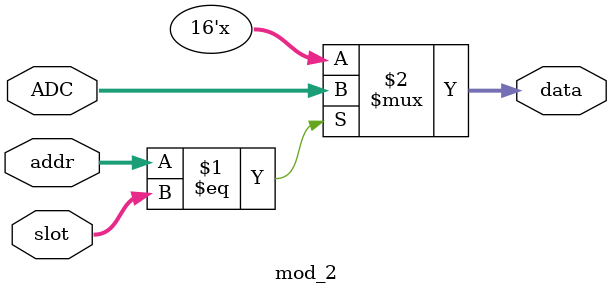
<source format=v>
module mod_2 (
  input [7:0] slot,        // Slot number (hardwired on board)
  input [15:0] ADC,        // Result of ADC
  input [7:0] addr,        // address (from controller)
  output [15:0] data);     // data to bus (tristate but not bi-dir)
  
  assign data=(addr==slot)? ADC: 16'hZZZZ;

endmodule
</source>
